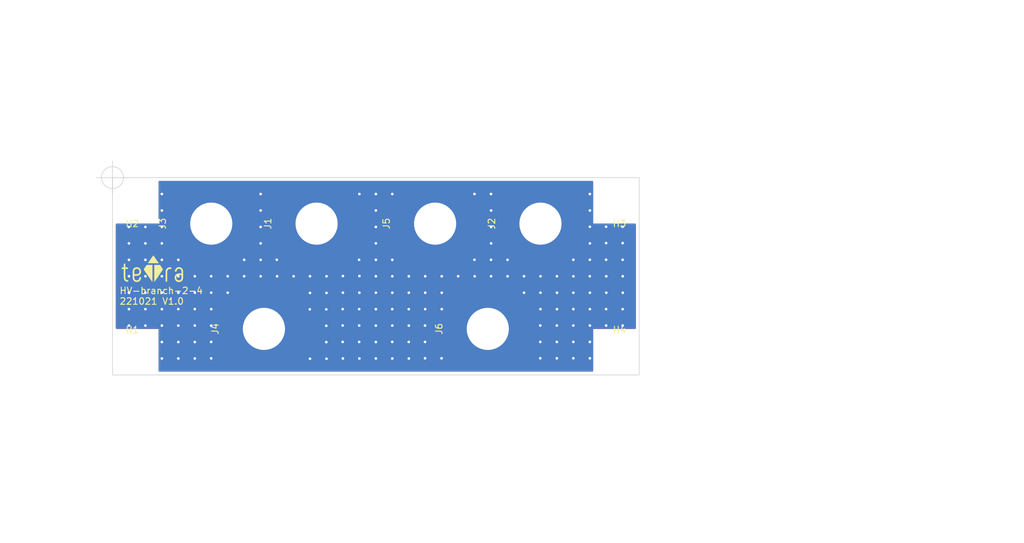
<source format=kicad_pcb>
(kicad_pcb (version 20211014) (generator pcbnew)
  (title_block (title "HV terminal branch 2-4") (date "2022-10-21") (rev "1.0") (company "teTra Aviaton Corp."))
  (layers (0 "F.Cu" signal) (31 "B.Cu" signal) (34 "B.Paste" user) (35 "F.Paste" user) (36 "B.SilkS" user "B.Silkscreen") (37 "F.SilkS" user "F.Silkscreen") (38 "B.Mask" user) (39 "F.Mask" user) (44 "Edge.Cuts" user))
  (net 0 "")
  (net 1 "VBAT(+{slash}-)")
  (footprint "MountingHole:MountingHole_6.4mm_M6_Pad_TopBottom" (layer "F.Cu") (at 137 83 90)
    (fp_text reference "J6" (at 0 -7.4 90) (layer "F.SilkS"))
    (fp_text value "Conn_01x01_Female_M6_hole")
    (pad "1" thru_hole circle locked (at 0 0 90) (size 6.8 6.8) (drill 6.4) (layers *.Cu *.Mask) (net 1 "VBAT(+{slash}-)"))
    (pad "1" connect circle locked (at 0 0 90) (size 12.8 12.8) (layers "F.Cu" "F.Mask") (net 1 "VBAT(+{slash}-)"))
    (pad "1" connect circle locked (at 0 0 90) (size 12.8 12.8) (layers "B.Cu" "B.Mask") (net 1 "VBAT(+{slash}-)"))
  )
  (footprint "MountingHole:MountingHole_3.2mm_M3_ISO7380" (layer "F.Cu") (at 157 87)
    (fp_text reference "H4" (at 0 -3.85) (layer "F.SilkS"))
    (fp_text value "MountingHole")
    (pad "" np_thru_hole circle locked (at 0 0) (size 3.2 3.2) (drill 3.2) (layers *.Cu *.Mask))
  )
  (footprint "kicad_teTra_footprint:teTra-logo" (layer "F.Cu") (at 86 75)
    (fp_text reference "L1" hide)
    (fp_text value "Logo" hide)
    (fp_poly (pts (xy 0.222252 -3.120726) (xy 0.242807 -3.11161) (xy 0.249856 -3.103173) (xy 0.265607 -3.082082) (xy 0.289159 -3.049632) (xy 0.319611 -3.007114) (xy 0.356061 -2.955823) (xy 0.397609 -2.897051) (xy 0.443353 -2.832092) (xy 0.492393 -2.76224) (xy 0.543827 -2.688787) (xy 0.596753 -2.613027) (xy 0.650272 -2.536253) (xy 0.703481 -2.459758) (xy 0.755479 -2.384836) (xy 0.805366 -2.312781) (xy 0.85224 -2.244884) (xy 0.8952 -2.182441) (xy 0.933345 -2.126743) (xy 0.965773 -2.079084) (xy 0.991585 -2.040758) (xy 1.009877 -2.013058) (xy 1.01975 -1.997277) (xy 1.021149 -1.994568) (xy 1.020872 -1.992342) (xy 1.017586 -1.990376) (xy 1.010326 -1.988654) (xy 0.998124 -1.987158) (xy 0.980015 -1.985874) (xy 0.955032 -1.984786) (xy 0.922209 -1.983879) (xy 0.880579 -1.983135) (xy 0.829176 -1.98254) (xy 0.767035 -1.982077) (xy 0.693188 -1.981732) (xy 0.60667 -1.981488) (xy 0.506513 -1.981328) (xy 0.391753 -1.981239) (xy 0.261422 -1.981203) (xy 0.2032 -1.9812) (xy 0.066404 -1.981216) (xy -0.054429 -1.981276) (xy -0.160272 -1.981396) (xy -0.252097 -1.981592) (xy -0.330874 -1.981881) (xy -0.397576 -1.982278) (xy -0.453173 -1.982801) (xy -0.498638 -1.983466) (xy -0.534942 -1.984289) (xy -0.563056 -1.985286) (xy -0.583952 -1.986475) (xy -0.598601 -1.98787) (xy -0.607975 -1.98949) (xy -0.613046 -1.991349) (xy -0.614785 -1.993465) (xy -0.614589 -1.994985) (xy -0.608335 -2.005799) (xy -0.593377 -2.029017) (xy -0.570606 -2.063351) (xy -0.540914 -2.107514) (xy -0.505193 -2.160217) (xy -0.464333 -2.220172) (xy -0.419226 -2.286091) (xy -0.370765 -2.356684) (xy -0.319839 -2.430665) (xy -0.267341 -2.506745) (xy -0.214162 -2.583635) (xy -0.161193 -2.660047) (xy -0.109327 -2.734693) (xy -0.059454 -2.806285) (xy -0.012466 -2.873535) (xy 0.030745 -2.935154) (xy 0.069289 -2.989854) (xy 0.102273 -3.036346) (xy 0.128806 -3.073343) (xy 0.147997 -3.099556) (xy 0.158954 -3.113698) (xy 0.161029 -3.115821) (xy 0.19027 -3.123589) (xy 0.222252 -3.120726)) (layer "F.SilkS") (width 0.01) (fill solid))
    (fp_poly (pts (xy 2.870026 -1.354216) (xy 2.9022 -1.351201) (xy 2.92378 -1.343765) (xy 2.936878 -1.330499) (xy 2.943607 -1.309993) (xy 2.946078 -1.280838) (xy 2.946406 -1.241625) (xy 2.9464 -1.2319) (xy 2.946227 -1.190026) (xy 2.944245 -1.158948) (xy 2.938259 -1.137059) (xy 2.926073 -1.122749) (xy 2.905491 -1.11441) (xy 2.874319 -1.110433) (xy 2.83036 -1.10921) (xy 2.778845 -1.109134) (xy 2.708949 -1.108099) (xy 2.652433 -1.104588) (xy 2.605848 -1.097987) (xy 2.565744 -1.087684) (xy 2.528671 -1.073067) (xy 2.503103 -1.060172) (xy 2.441985 -1.017606) (xy 2.390238 -0.962224) (xy 2.349447 -0.896247) (xy 2.3212 -0.821899) (xy 2.315111 -0.7969) (xy 2.313001 -0.784267) (xy 2.311142 -0.766838) (xy 2.30952 -0.7436) (xy 2.308121 -0.713541) (xy 2.306928 -0.675646) (xy 2.305928 -0.628902) (xy 2.305106 -0.572296) (xy 2.304447 -0.504815) (xy 2.303936 -0.425446) (xy 2.303559 -0.333175) (xy 2.3033 -0.226989) (xy 2.303145 -0.105874) (xy 2.30308 0.028073) (xy 2.302953 0.182401) (xy 2.302634 0.319817) (xy 2.302123 0.440342) (xy 2.30142 0.543997) (xy 2.300524 0.630803) (xy 2.299435 0.70078) (xy 2.298153 0.753948) (xy 2.296678 0.79033) (xy 2.295009 0.809944) (xy 2.294169 0.813356) (xy 2.288904 0.820371) (xy 2.279982 0.825052) (xy 2.264329 0.827862) (xy 2.238872 0.829262) (xy 2.200537 0.829713) (xy 2.185139 0.829733) (xy 2.138358 0.82917) (xy 2.106113 0.827311) (xy 2.086039 0.823904) (xy 2.075771 0.818698) (xy 2.075126 0.817988) (xy 2.073401 0.811267) (xy 2.071901 0.795078) (xy 2.070621 0.768731) (xy 2.069555 0.731533) (xy 2.068696 0.682796) (xy 2.068039 0.621829) (xy 2.067577 0.54794) (xy 2.067305 0.460439) (xy 2.067217 0.358635) (xy 2.067305 0.241838) (xy 2.067565 0.109358) (xy 2.067896 -0.009629) (xy 2.070415 -0.8255) (xy 2.089859 -0.888768) (xy 2.128741 -0.989362) (xy 2.179968 -1.078887) (xy 2.243096 -1.156811) (xy 2.317683 -1.222601) (xy 2.403286 -1.275725) (xy 2.417233 -1.282656) (xy 2.46722 -1.304996) (xy 2.514929 -1.322041) (xy 2.564125 -1.334548) (xy 2.618577 -1.343274) (xy 2.68205 -1.348976) (xy 2.75831 -1.352411) (xy 2.765442 -1.352621) (xy 2.825144 -1.35422) (xy 2.870026 -1.354216)) (layer "F.SilkS") (width 0.01) (fill solid))
    (fp_poly (pts (xy 1.409899 -1.437874) (xy 1.452895 -1.375668) (xy 1.493309 -1.316949) (xy 1.530016 -1.263368) (xy 1.561894 -1.216576) (xy 1.58782 -1.178223) (xy 1.606669 -1.149959) (xy 1.61732 -1.133435) (xy 1.618779 -1.130957) (xy 1.635476 -1.084525) (xy 1.638507 -1.034451) (xy 1.632318 -1.001626) (xy 1.626532 -0.991174) (xy 1.611926 -0.967946) (xy 1.589176 -0.932934) (xy 1.55896 -0.887129) (xy 1.521955 -0.831522) (xy 1.478836 -0.767106) (xy 1.430282 -0.694872) (xy 1.376968 -0.615811) (xy 1.319572 -0.530915) (xy 1.25877 -0.441176) (xy 1.195239 -0.347585) (xy 1.129656 -0.251134) (xy 1.062698 -0.152814) (xy 0.995042 -0.053617) (xy 0.927364 0.045465) (xy 0.860342 0.143442) (xy 0.794651 0.23932) (xy 0.73097 0.33211) (xy 0.669974 0.420818) (xy 0.61234 0.504455) (xy 0.558746 0.582027) (xy 0.509868 0.652544) (xy 0.466383 0.715013) (xy 0.428968 0.768444) (xy 0.398299 0.811845) (xy 0.375053 0.844223) (xy 0.359908 0.864589) (xy 0.35354 0.871949) (xy 0.353483 0.871959) (xy 0.352754 0.86366) (xy 0.352049 0.839356) (xy 0.351372 0.799977) (xy 0.350728 0.746451) (xy 0.350122 0.679709) (xy 0.349558 0.600677) (xy 0.349041 0.510287) (xy 0.348576 0.409466) (xy 0.348168 0.299143) (xy 0.34782 0.180248) (xy 0.347538 0.053709) (xy 0.347327 -0.079544) (xy 0.347191 -0.218583) (xy 0.347134 -0.362478) (xy 0.347133 -0.388203) (xy 0.347177 -0.576713) (xy 0.347309 -0.748707) (xy 0.347534 -0.904601) (xy 0.347854 -1.044813) (xy 0.348272 -1.169758) (xy 0.348792 -1.279855) (xy 0.349415 -1.375519) (xy 0.350146 -1.457168) (xy 0.350988 -1.525219) (xy 0.351942 -1.580087) (xy 0.353014 -1.622191) (xy 0.354204 -1.651947) (xy 0.355517 -1.669771) (xy 0.35649 -1.675315) (xy 0.367488 -1.696481) (xy 0.38103 -1.710279) (xy 0.381334 -1.710446) (xy 0.393472 -1.712396) (xy 0.421529 -1.714122) (xy 0.464493 -1.715605) (xy 0.521349 -1.716824) (xy 0.591086 -1.71776) (xy 0.672689 -1.718394) (xy 0.765147 -1.718704) (xy 0.806092 -1.718733) (xy 1.215364 -1.718733) (xy 1.409899 -1.437874)) (layer "F.SilkS") (width 0.01) (fill solid))
    (fp_poly (pts (xy 4.097867 -1.37521) (xy 4.149836 -1.374888) (xy 4.188916 -1.373785) (xy 4.219149 -1.37144) (xy 4.244577 -1.367391) (xy 4.26924 -1.361174) (xy 4.296833 -1.352443) (xy 4.391341 -1.312737) (xy 4.474708 -1.260313) (xy 4.54697 -1.195136) (xy 4.608161 -1.117167) (xy 4.658318 -1.026369) (xy 4.696217 -0.926785) (xy 4.719804 -0.8509) (xy 4.722498 -0.293904) (xy 4.723002 -0.17975) (xy 4.723315 -0.081175) (xy 4.723414 0.003175) (xy 4.723276 0.074653) (xy 4.722879 0.134612) (xy 4.7222 0.184407) (xy 4.721217 0.225391) (xy 4.719906 0.258918) (xy 4.718246 0.286341) (xy 4.716212 0.309013) (xy 4.713784 0.328289) (xy 4.711883 0.340218) (xy 4.686637 0.441823) (xy 4.647873 0.53548) (xy 4.59661 0.619958) (xy 4.533867 0.694025) (xy 4.460662 0.756451) (xy 4.378012 0.806004) (xy 4.301067 0.837091) (xy 4.198977 0.861417) (xy 4.093567 0.870265) (xy 3.988985 0.863292) (xy 3.9878 0.863118) (xy 3.889698 0.840484) (xy 3.797888 0.80314) (xy 3.714002 0.752259) (xy 3.639675 0.689018) (xy 3.576542 0.614592) (xy 3.527028 0.531773) (xy 3.499278 0.470379) (xy 3.47941 0.413472) (xy 3.465514 0.354289) (xy 3.455682 0.286069) (xy 3.454421 0.274463) (xy 3.452822 0.235699) (xy 3.686093 0.235699) (xy 3.686673 0.242916) (xy 3.701295 0.330694) (xy 3.728292 0.409016) (xy 3.766926 0.476892) (xy 3.816459 0.53333) (xy 3.876152 0.57734) (xy 3.945267 0.607931) (xy 3.9624 0.61296) (xy 4.015545 0.622466) (xy 4.076741 0.625994) (xy 4.139095 0.623636) (xy 4.195712 0.615485) (xy 4.218961 0.609501) (xy 4.255619 0.595689) (xy 4.292818 0.57777) (xy 4.315102 0.564454) (xy 4.356324 0.529272) (xy 4.396071 0.482846) (xy 4.43022 0.430655) (xy 4.454037 0.379861) (xy 4.459667 0.363709) (xy 4.46415 0.348) (xy 4.467646 0.330554) (xy 4.470316 0.30919) (xy 4.472321 0.281727) (xy 4.473822 0.245985) (xy 4.474978 0.199783) (xy 4.475951 0.14094) (xy 4.47687 0.06985) (xy 4.479984 -0.186267) (xy 4.248371 -0.186267) (xy 4.169911 -0.186026) (xy 4.106008 -0.185103) (xy 4.054289 -0.183196) (xy 4.01238 -0.180003) (xy 3.97791 -0.175222) (xy 3.948505 -0.168552) (xy 3.921792 -0.15969) (xy 3.895399 -0.148336) (xy 3.876231 -0.138939) (xy 3.818249 -0.10036) (xy 3.769227 -0.049099) (xy 3.730332 0.01249) (xy 3.702733 0.082055) (xy 3.687598 0.157242) (xy 3.686093 0.235699) (xy 3.452822 0.235699) (xy 3.450994 0.191403) (xy 3.456931 0.105999) (xy 3.471597 0.02601) (xy 3.476114 0.009281) (xy 3.507604 -0.07258) (xy 3.55274 -0.151215) (xy 3.608999 -0.22357) (xy 3.673858 -0.286585) (xy 3.744793 -0.337205) (xy 3.776133 -0.354202) (xy 3.81522 -0.372784) (xy 3.850805 -0.387858) (xy 3.885353 -0.39983) (xy 3.921325 -0.409103) (xy 3.961185 -0.416081) (xy 4.007397 -0.42117) (xy 4.062424 -0.424773) (xy 4.128728 -0.427295) (xy 4.208772 -0.42914) (xy 4.23545 -0.429616) (xy 4.487333 -0.433909) (xy 4.487333 -0.592977) (xy 4.486349 -0.674478) (xy 4.483111 -0.74202) (xy 4.477195 -0.798476) (xy 4.468174 -0.846723) (xy 4.455622 -0.889633) (xy 4.439115 -0.930082) (xy 4.436605 -0.935417) (xy 4.397052 -0.999409) (xy 4.345578 -1.052889) (xy 4.28433 -1.094769) (xy 4.215455 -1.123959) (xy 4.141101 -1.139371) (xy 4.063416 -1.139915) (xy 4.039181 -1.136924) (xy 3.962868 -1.117371) (xy 3.896213 -1.084062) (xy 3.83959 -1.037404) (xy 3.793374 -0.977805) (xy 3.757938 -0.90567) (xy 3.733657 -0.821406) (xy 3.729789 -0.80093) (xy 3.722975 -0.766007) (xy 3.715818 -0.73684) (xy 3.709491 -0.717958) (xy 3.707332 -0.714147) (xy 3.695218 -0.709436) (xy 3.670466 -0.705888) (xy 3.637335 -0.703566) (xy 3.600085 -0.702534) (xy 3.562977 -0.702855) (xy 3.530268 -0.704592) (xy 3.50622 -0.707808) (xy 3.496733 -0.711027) (xy 3.488338 -0.725606) (xy 3.485317 -0.753208) (xy 3.487179 -0.790972) (xy 3.49343 -0.836034) (xy 3.50358 -0.885534) (xy 3.517137 -0.936609) (xy 3.53361 -0.986396) (xy 3.551513 -1.029899) (xy 3.601158 -1.120724) (xy 3.660035 -1.197608) (xy 3.728953 -1.261302) (xy 3.808723 -1.312556) (xy 3.898981 -1.351711) (xy 3.92627 -1.360866) (xy 3.949835 -1.367301) (xy 3.973647 -1.371485) (xy 4.001675 -1.373887) (xy 4.037891 -1.374976) (xy 4.086266 -1.375222) (xy 4.097867 -1.37521)) (layer "F.SilkS") (width 0.01) (fill solid))
    (fp_poly (pts (xy -4.075655 -1.951197) (xy -4.074288 -1.950417) (xy -4.070408 -1.946757) (xy -4.067252 -1.940045) (xy -4.064728 -1.928602) (xy -4.062744 -1.91075) (xy -4.061209 -1.884808) (xy -4.06003 -1.849099) (xy -4.059116 -1.801943) (xy -4.058375 -1.741661) (xy -4.057716 -1.666575) (xy -4.057542 -1.64373) (xy -4.055317 -1.3462) (xy -3.869639 -1.3462) (xy -3.804298 -1.346261) (xy -3.753939 -1.345719) (xy -3.716618 -1.343488) (xy -3.69039 -1.338479) (xy -3.673311 -1.329607) (xy -3.663436 -1.315784) (xy -3.65882 -1.295923) (xy -3.65752 -1.268938) (xy -3.657591 -1.233741) (xy -3.6576 -1.227667) (xy -3.65749 -1.191173) (xy -3.658452 -1.163038) (xy -3.662431 -1.142179) (xy -3.671369 -1.127512) (xy -3.687206 -1.117953) (xy -3.711887 -1.112418) (xy -3.747354 -1.109825) (xy -3.795548 -1.10909) (xy -3.858413 -1.109128) (xy -3.870077 -1.109133) (xy -4.056194 -1.109133) (xy -4.053327 -0.42545) (xy -4.052778 -0.300504) (xy -4.052227 -0.191323) (xy -4.051648 -0.096741) (xy -4.051012 -0.01559) (xy -4.050292 0.053298) (xy -4.049459 0.111089) (xy -4.048487 0.158952) (xy -4.047348 0.198053) (xy -4.046013 0.229561) (xy -4.044455 0.254642) (xy -4.042647 0.274463) (xy -4.04056 0.290194) (xy -4.038166 0.303) (xy -4.035773 0.312819) (xy -4.007667 0.393733) (xy -3.970513 0.460605) (xy -3.923934 0.513936) (xy -3.867551 0.554229) (xy -3.846088 0.565044) (xy -3.815624 0.57694) (xy -3.783228 0.584593) (xy -3.742935 0.589197) (xy -3.717605 0.590747) (xy -3.681353 0.59334) (xy -3.651025 0.596965) (xy -3.630942 0.601034) (xy -3.62585 0.603231) (xy -3.621078 0.61531) (xy -3.617642 0.640069) (xy -3.615552 0.673309) (xy -3.614816 0.710829) (xy -3.615441 0.74843) (xy -3.617437 0.781911) (xy -3.62081 0.807071) (xy -3.625427 0.819573) (xy -3.640119 0.825296) (xy -3.667736 0.828625) (xy -3.704457 0.829664) (xy -3.746458 0.828519) (xy -3.789918 0.825295) (xy -3.831014 0.820097) (xy -3.865923 0.81303) (xy -3.866202 0.812957) (xy -3.956476 0.781233) (xy -4.036371 0.736166) (xy -4.105809 0.677849) (xy -4.164715 0.606378) (xy -4.213013 0.521848) (xy -4.250624 0.424352) (xy -4.277474 0.313986) (xy -4.279679 0.301574) (xy -4.282117 0.285141) (xy -4.284239 0.265347) (xy -4.286066 0.241013) (xy -4.287617 0.210957) (xy -4.288913 0.173998) (xy -4.289976 0.128955) (xy -4.290826 0.074646) (xy -4.291482 0.009891) (xy -4.291966 -0.066491) (xy -4.292299 -0.155682) (xy -4.2925 -0.258863) (xy -4.29259 -0.377215) (xy -4.2926 -0.441376) (xy -4.2926 -1.109133) (xy -4.43182 -1.109133) (xy -4.488596 -1.109223) (xy -4.53065 -1.110544) (xy -4.560188 -1.114676) (xy -4.579419 -1.123201) (xy -4.590548 -1.137697) (xy -4.595784 -1.159745) (xy -4.597333 -1.190926) (xy -4.5974 -1.227667) (xy -4.597276 -1.268311) (xy -4.595431 -1.298416) (xy -4.589658 -1.319561) (xy -4.57775 -1.333328) (xy -4.5575 -1.341295) (xy -4.5267 -1.345043) (xy -4.483144 -1.346152) (xy -4.43182 -1.3462) (xy -4.2926 -1.3462) (xy -4.2926 -1.844228) (xy -4.268715 -1.864031) (xy -4.250775 -1.876275) (xy -4.222147 -1.892944) (xy -4.187524 -1.91138) (xy -4.16682 -1.921704) (xy -4.129158 -1.939317) (xy -4.103342 -1.949505) (xy -4.086474 -1.953165) (xy -4.075655 -1.951197)) (layer "F.SilkS") (width 0.01) (fill solid))
    (fp_poly (pts (xy 0.047305 -1.699211) (xy 0.067733 -1.675456) (xy 0.067733 -0.397461) (xy 0.067691 -0.251777) (xy 0.067566 -0.110779) (xy 0.067365 0.024612) (xy 0.067091 0.153471) (xy 0.06675 0.274878) (xy 0.066345 0.387908) (xy 0.065883 0.491639) (xy 0.065366 0.585149) (xy 0.064801 0.667515) (xy 0.064192 0.737815) (xy 0.063544 0.795126) (xy 0.06286 0.838524) (xy 0.062147 0.867089) (xy 0.061409 0.879896) (xy 0.061202 0.880533) (xy 0.055705 0.873683) (xy 0.041207 0.853675) (xy 0.018271 0.821323) (xy -0.012537 0.777442) (xy -0.050653 0.722847) (xy -0.095512 0.658351) (xy -0.146551 0.584769) (xy -0.203203 0.502915) (xy -0.264904 0.413604) (xy -0.331091 0.31765) (xy -0.401197 0.215868) (xy -0.474659 0.109071) (xy -0.550912 -0.001926) (xy -0.577736 -0.041004) (xy -0.65499 -0.153655) (xy -0.729668 -0.2627) (xy -0.8012 -0.367298) (xy -0.869016 -0.46661) (xy -0.932546 -0.559796) (xy -0.991219 -0.646017) (xy -1.044467 -0.724432) (xy -1.091718 -0.794203) (xy -1.132403 -0.854488) (xy -1.165951 -0.904448) (xy -1.191793 -0.943244) (xy -1.209359 -0.970035) (xy -1.218078 -0.983982) (xy -1.218904 -0.985589) (xy -1.226565 -1.023282) (xy -1.225586 -1.066986) (xy -1.216447 -1.10845) (xy -1.210967 -1.121833) (xy -1.202621 -1.136104) (xy -1.18569 -1.162547) (xy -1.161311 -1.199472) (xy -1.130621 -1.245188) (xy -1.094759 -1.298004) (xy -1.054862 -1.35623) (xy -1.012067 -1.418173) (xy -0.99737 -1.439333) (xy -0.8001 -1.722967) (xy 0.026877 -1.722967) (xy 0.047305 -1.699211)) (layer "F.SilkS") (width 0.01) (fill solid))
    (fp_poly (pts (xy -2.218867 -1.37351) (xy -2.122643 -1.355103) (xy -2.031825 -1.322792) (xy -1.947809 -1.277112) (xy -1.871992 -1.218599) (xy -1.805768 -1.147786) (xy -1.750534 -1.06521) (xy -1.735793 -1.037167) (xy -1.701447 -0.955111) (xy -1.678918 -0.87025) (xy -1.667287 -0.778344) (xy -1.665133 -0.7112) (xy -1.667199 -0.638309) (xy -1.674341 -0.576128) (xy -1.687852 -0.518859) (xy -1.709027 -0.460707) (xy -1.732535 -0.409284) (xy -1.782813 -0.324988) (xy -1.845635 -0.251553) (xy -1.919926 -0.189778) (xy -2.004608 -0.140461) (xy -2.098608 -0.104402) (xy -2.164643 -0.088365) (xy -2.193459 -0.08413) (xy -2.231415 -0.080876) (xy -2.280226 -0.078532) (xy -2.341605 -0.077029) (xy -2.417268 -0.076298) (xy -2.464545 -0.0762) (xy -2.700867 -0.0762) (xy -2.700571 0.074083) (xy -2.698842 0.164577) (xy -2.693648 0.241047) (xy -2.684401 0.306158) (xy -2.67051 0.362572) (xy -2.651388 0.412955) (xy -2.626445 0.45997) (xy -2.609433 0.486231) (xy -2.577861 0.522045) (xy -2.53499 0.556802) (xy -2.486235 0.586729) (xy -2.43701 0.608056) (xy -2.432466 0.609509) (xy -2.371991 0.622383) (xy -2.305388 0.626926) (xy -2.239351 0.623149) (xy -2.180572 0.611065) (xy -2.174252 0.609033) (xy -2.103699 0.576665) (xy -2.042726 0.530736) (xy -1.992028 0.472102) (xy -1.952302 0.401617) (xy -1.924243 0.320137) (xy -1.918387 0.294573) (xy -1.911835 0.25885) (xy -1.907064 0.225619) (xy -1.905019 0.201559) (xy -1.905 0.199928) (xy -1.903214 0.177501) (xy -1.896176 0.161917) (xy -1.881368 0.151978) (xy -1.856269 0.146481) (xy -1.818361 0.144228) (xy -1.78748 0.143933) (xy -1.739462 0.144338) (xy -1.705969 0.146904) (xy -1.68459 0.153653) (xy -1.672918 0.166612) (xy -1.668544 0.187805) (xy -1.66906 0.219255) (xy -1.670592 0.242178) (xy -1.68544 0.348646) (xy -1.713895 0.449868) (xy -1.755008 0.54387) (xy -1.807833 0.628674) (xy -1.871423 0.702306) (xy -1.90619 0.73368) (xy -1.951028 0.765692) (xy -2.005988 0.797281) (xy -2.064507 0.825125) (xy -2.120023 0.845902) (xy -2.137833 0.850967) (xy -2.181928 0.859185) (xy -2.236481 0.864931) (xy -2.295158 0.867919) (xy -2.351625 0.867861) (xy -2.399549 0.864472) (xy -2.408528 0.863217) (xy -2.508409 0.839445) (xy -2.600009 0.8012) (xy -2.682584 0.749174) (xy -2.755387 0.684058) (xy -2.817674 0.606543) (xy -2.868699 0.517322) (xy -2.907716 0.417085) (xy -2.914594 0.3937) (xy -2.918293 0.380085) (xy -2.921473 0.366932) (xy -2.924174 0.352909) (xy -2.926435 0.336681) (xy -2.928296 0.316914) (xy -2.929796 0.292276) (xy -2.930975 0.261433) (xy -2.931872 0.22305) (xy -2.932528 0.175794) (xy -2.93298 0.118332) (xy -2.93327 0.04933) (xy -2.933437 -0.032547) (xy -2.93352 -0.12863) (xy -2.933559 -0.240255) (xy -2.93356 -0.245534) (xy -2.93357 -0.313267) (xy -2.702581 -0.313267) (xy -2.486569 -0.313267) (xy -2.403064 -0.31371) (xy -2.334899 -0.315084) (xy -2.280504 -0.317458) (xy -2.238309 -0.320899) (xy -2.207153 -0.325398) (xy -2.128062 -0.348037) (xy -2.060035 -0.383446) (xy -2.00334 -0.431383) (xy -1.958244 -0.491604) (xy -1.925014 -0.563869) (xy -1.917453 -0.587674) (xy -1.908523 -0.635569) (xy -1.905161 -0.693597) (xy -1.907092 -0.756001) (xy -1.914036 -0.817022) (xy -1.925717 -0.870901) (xy -1.932047 -0.890228) (xy -1.967353 -0.962468) (xy -2.014807 -1.024074) (xy -2.073068 -1.07365) (xy -2.140793 -1.109797) (xy -2.144444 -1.111243) (xy -2.18724 -1.123065) (xy -2.240512 -1.130659) (xy -2.298279 -1.133786) (xy -2.35456 -1.132209) (xy -2.403374 -1.125691) (xy -2.417884 -1.122113) (xy -2.491121 -1.094028) (xy -2.55265 -1.054973) (xy -2.60337 -1.003998) (xy -2.64418 -0.940156) (xy -2.675978 -0.8625) (xy -2.681756 -0.843799) (xy -2.685959 -0.824905) (xy -2.689438 -0.79839) (xy -2.692294 -0.762493) (xy -2.694632 -0.715451) (xy -2.696555 -0.655503) (xy -2.698166 -0.580886) (xy -2.698582 -0.556683) (xy -2.702581 -0.313267) (xy -2.93357 -0.313267) (xy -2.933577 -0.357908) (xy -2.933542 -0.454696) (xy -2.933416 -0.537245) (xy -2.93316 -0.606901) (xy -2.932736 -0.665013) (xy -2.932105 -0.712926) (xy -2.931226 -0.751988) (xy -2.930062 -0.783546) (xy -2.928574 -0.808946) (xy -2.926722 -0.829537) (xy -2.924467 -0.846665) (xy -2.921771 -0.861676) (xy -2.918595 -0.875919) (xy -2.914899 -0.890739) (xy -2.914891 -0.890772) (xy -2.881203 -0.993825) (xy -2.835781 -1.086027) (xy -2.779257 -1.166643) (xy -2.712267 -1.234943) (xy -2.635444 -1.290193) (xy -2.549423 -1.331662) (xy -2.526024 -1.339965) (xy -2.421954 -1.366477) (xy -2.319103 -1.37748) (xy -2.218867 -1.37351)) (layer "F.SilkS") (width 0.01) (fill solid))
  )
  (footprint "MountingHole:MountingHole_3.2mm_M3_ISO7380" (layer "F.Cu") (at 83 87)
    (fp_text reference "H1" (at 0 -3.85) (layer "F.SilkS"))
    (fp_text value "MountingHole")
    (pad "" np_thru_hole circle locked (at 0 0) (size 3.2 3.2) (drill 3.2) (layers *.Cu *.Mask))
  )
  (footprint "MountingHole:MountingHole_6.4mm_M6_Pad_TopBottom" (layer "F.Cu") (at 95 67 90)
    (fp_text reference "J3" (at 0 -7.4 90) (layer "F.SilkS"))
    (fp_text value "Conn_01x01_Female_M6_hole")
    (pad "1" connect circle locked (at 0 0 90) (size 12.8 12.8) (layers "B.Cu" "B.Mask") (net 1 "VBAT(+{slash}-)"))
    (pad "1" connect circle locked (at 0 0 90) (size 12.8 12.8) (layers "F.Cu" "F.Mask") (net 1 "VBAT(+{slash}-)"))
    (pad "1" thru_hole circle locked (at 0 0 90) (size 6.8 6.8) (drill 6.4) (layers *.Cu *.Mask) (net 1 "VBAT(+{slash}-)"))
  )
  (footprint "MountingHole:MountingHole_3.2mm_M3_ISO7380" (layer "F.Cu") (at 83 63)
    (fp_text reference "H2" (at 0 4) (layer "F.SilkS"))
    (fp_text value "MountingHole")
    (pad "" np_thru_hole circle locked (at 0 0) (size 3.2 3.2) (drill 3.2) (layers *.Cu *.Mask))
  )
  (footprint "MountingHole:MountingHole_6.4mm_M6_Pad_TopBottom" (layer "F.Cu") (at 111 67 90)
    (fp_text reference "J1" (at 0 -7.4 90) (layer "F.SilkS"))
    (fp_text value "Conn_01x01_Female_M6_hole")
    (pad "1" thru_hole circle locked (at 0 0 90) (size 6.8 6.8) (drill 6.4) (layers *.Cu *.Mask) (net 1 "VBAT(+{slash}-)"))
    (pad "1" connect circle locked (at 0 0 90) (size 12.8 12.8) (layers "F.Cu" "F.Mask") (net 1 "VBAT(+{slash}-)"))
    (pad "1" connect circle locked (at 0 0 90) (size 12.8 12.8) (layers "B.Cu" "B.Mask") (net 1 "VBAT(+{slash}-)"))
  )
  (footprint "MountingHole:MountingHole_6.4mm_M6_Pad_TopBottom" (layer "F.Cu") (at 145 67 90)
    (fp_text reference "J2" (at 0 -7.4 90) (layer "F.SilkS"))
    (fp_text value "Conn_01x01_Female_M6_hole")
    (pad "1" connect circle locked (at 0 0 90) (size 12.8 12.8) (layers "B.Cu" "B.Mask") (net 1 "VBAT(+{slash}-)"))
    (pad "1" thru_hole circle locked (at 0 0 90) (size 6.8 6.8) (drill 6.4) (layers *.Cu *.Mask) (net 1 "VBAT(+{slash}-)"))
    (pad "1" connect circle locked (at 0 0 90) (size 12.8 12.8) (layers "F.Cu" "F.Mask") (net 1 "VBAT(+{slash}-)"))
  )
  (footprint "MountingHole:MountingHole_6.4mm_M6_Pad_TopBottom" (layer "F.Cu") (at 103 83 90)
    (fp_text reference "J4" (at 0 -7.4 90) (layer "F.SilkS"))
    (fp_text value "Conn_01x01_Female_M6_hole")
    (pad "1" thru_hole circle locked (at 0 0 90) (size 6.8 6.8) (drill 6.4) (layers *.Cu *.Mask) (net 1 "VBAT(+{slash}-)"))
    (pad "1" connect circle locked (at 0 0 90) (size 12.8 12.8) (layers "B.Cu" "B.Mask") (net 1 "VBAT(+{slash}-)"))
    (pad "1" connect circle locked (at 0 0 90) (size 12.8 12.8) (layers "F.Cu" "F.Mask") (net 1 "VBAT(+{slash}-)"))
  )
  (footprint "MountingHole:MountingHole_3.2mm_M3_ISO7380" (layer "F.Cu") (at 157 63)
    (fp_text reference "H3" (at 0 4) (layer "F.SilkS"))
    (fp_text value "MountingHole")
    (pad "" np_thru_hole circle locked (at 0 0) (size 3.2 3.2) (drill 3.2) (layers *.Cu *.Mask))
  )
  (footprint "MountingHole:MountingHole_6.4mm_M6_Pad_TopBottom" (layer "F.Cu") (at 129 67 90)
    (fp_text reference "J5" (at 0 -7.4 90) (layer "F.SilkS"))
    (fp_text value "Conn_01x01_Female_M6_hole")
    (pad "1" connect circle locked (at 0 0 90) (size 12.8 12.8) (layers "F.Cu" "F.Mask") (net 1 "VBAT(+{slash}-)"))
    (pad "1" connect circle locked (at 0 0 90) (size 12.8 12.8) (layers "B.Cu" "B.Mask") (net 1 "VBAT(+{slash}-)"))
    (pad "1" thru_hole circle locked (at 0 0 90) (size 6.8 6.8) (drill 6.4) (layers *.Cu *.Mask) (net 1 "VBAT(+{slash}-)"))
  )
  (gr_line (start 160 90) (end 160 60) (layer "Edge.Cuts") (width 0.1))
  (gr_line (start 80 60) (end 160 60) (layer "Edge.Cuts") (width 0.1))
  (gr_line (start 80 60) (end 80 90) (layer "Edge.Cuts") (width 0.1))
  (gr_line (start 80 90) (end 160 90) (layer "Edge.Cuts") (width 0.1))
  (gr_text "HV-branch-2-4\n221021 V1.0" (at 81 78) (layer "F.SilkS") (effects (font (size 1 1)) (justify left)))
  (target plus (at 80 60) (size 5) (width 0.1) (layer "Edge.Cuts"))
  (segment (start 103 75) (end 111 67) (width 6) (layer "F.Cu") (net 1))
  (segment (start 137 75) (end 145 67) (width 6) (layer "F.Cu") (net 1))
  (segment (start 137 75) (end 129 67) (width 6) (layer "F.Cu") (net 1))
  (segment (start 103 75) (end 95 67) (width 6) (layer "F.Cu") (net 1))
  (segment (start 103 83) (end 103 75) (width 6) (layer "F.Cu") (net 1))
  (segment (start 137 83) (end 137 75) (width 6) (layer "F.Cu") (net 1))
  (via (at 127.5 75) (size 0.8) (drill 0.4) (layers "F.Cu" "B.Cu") (net 1))
  (via (at 144.975418 82.489104) (size 0.8) (drill 0.4) (layers "F.Cu" "B.Cu") (net 1))
  (via (at 87.5 65) (size 0.8) (drill 0.4) (layers "F.Cu" "B.Cu") (net 1))
  (via (at 125.007993 87.50379) (size 0.8) (drill 0.4) (layers "F.Cu" "B.Cu") (net 1))
  (via (at 152.507993 65.00379) (size 0.8) (drill 0.4) (layers "F.Cu" "B.Cu") (net 1))
  (via (at 107.507993 75.00379) (size 0.8) (drill 0.4) (layers "F.Cu" "B.Cu") (net 1))
  (via (at 154.974023 79.999999) (size 0.8) (drill 0.4) (layers "F.Cu" "B.Cu") (net 1))
  (via (at 154.992535 75.003789) (size 0.8) (drill 0.4) (layers "F.Cu" "B.Cu") (net 1))
  (via (at 109.964466 80.031291) (size 0.8) (drill 0.4) (layers "F.Cu" "B.Cu") (net 1))
  (via (at 122.5 77.5) (size 0.8) (drill 0.4) (layers "F.Cu" "B.Cu") (net 1))
  (via (at 92.5 85) (size 0.8) (drill 0.4) (layers "F.Cu" "B.Cu") (net 1))
  (via (at 152.484542 74.999999) (size 0.8) (drill 0.4) (layers "F.Cu" "B.Cu") (net 1))
  (via (at 87.5 87.5) (size 0.8) (drill 0.4) (layers "F.Cu" "B.Cu") (net 1))
  (via (at 120 72.5) (size 0.8) (drill 0.4) (layers "F.Cu" "B.Cu") (net 1))
  (via (at 127.467312 84.978208) (size 0.8) (drill 0.4) (layers "F.Cu" "B.Cu") (net 1))
  (via (at 112.472459 85.01329) (size 0.8) (drill 0.4) (layers "F.Cu" "B.Cu") (net 1))
  (via (at 90 87.5) (size 0.8) (drill 0.4) (layers "F.Cu" "B.Cu") (net 1))
  (via (at 142.5 75) (size 0.8) (drill 0.4) (layers "F.Cu" "B.Cu") (net 1))
  (via (at 125.007993 75.00379) (size 0.8) (drill 0.4) (layers "F.Cu" "B.Cu") (net 1))
  (via (at 85 82.5) (size 0.8) (drill 0.4) (layers "F.Cu" "B.Cu") (net 1))
  (via (at 114.996248 74.964918) (size 0.8) (drill 0.4) (layers "F.Cu" "B.Cu") (net 1))
  (via (at 122.5 75) (size 0.8) (drill 0.4) (layers "F.Cu" "B.Cu") (net 1))
  (via (at 157.5 75) (size 0.8) (drill 0.4) (layers "F.Cu" "B.Cu") (net 1))
  (via (at 137.484806 72.494289) (size 0.8) (drill 0.4) (layers "F.Cu" "B.Cu") (net 1))
  (via (at 114.960714 84.974418) (size 0.8) (drill 0.4) (layers "F.Cu" "B.Cu") (net 1))
  (via (at 120 75) (size 0.8) (drill 0.4) (layers "F.Cu" "B.Cu") (net 1))
  (via (at 87.5 82.5) (size 0.8) (drill 0.4) (layers "F.Cu" "B.Cu") (net 1))
  (via (at 95 80) (size 0.8) (drill 0.4) (layers "F.Cu" "B.Cu") (net 1))
  (via (at 125.007993 77.50379) (size 0.8) (drill 0.4) (layers "F.Cu" "B.Cu") (net 1))
  (via (at 114.960714 79.996209) (size 0.8) (drill 0.4) (layers "F.Cu" "B.Cu") (net 1))
  (via (at 147.507993 80.00379) (size 0.8) (drill 0.4) (layers "F.Cu" "B.Cu") (net 1))
  (via (at 90 80) (size 0.8) (drill 0.4) (layers "F.Cu" "B.Cu") (net 1))
  (via (at 144.975418 84.978208) (size 0.8) (drill 0.4) (layers "F.Cu" "B.Cu") (net 1))
  (via (at 152.507993 70.00379) (size 0.8) (drill 0.4) (layers "F.Cu" "B.Cu") (net 1))
  (via (at 112.472459 82.524186) (size 0.8) (drill 0.4) (layers "F.Cu" "B.Cu") (net 1))
  (via (at 112.503752 77.535082) (size 0.8) (drill 0.4) (layers "F.Cu" "B.Cu") (net 1))
  (via (at 85 70) (size 0.8) (drill 0.4) (layers "F.Cu" "B.Cu") (net 1))
  (via (at 94.992007 87.480753) (size 0.8) (drill 0.4) (layers "F.Cu" "B.Cu") (net 1))
  (via (at 154.974023 82.489104) (size 0.8) (drill 0.4) (layers "F.Cu" "B.Cu") (net 1))
  (via (at 87.5 67.5) (size 0.8) (drill 0.4) (layers "F.Cu" "B.Cu") (net 1))
  (via (at 155 77.5) (size 0.8) (drill 0.4) (layers "F.Cu" "B.Cu") (net 1))
  (via (at 102.5 65) (size 0.8) (drill 0.4) (layers "F.Cu" "B.Cu") (net 1))
  (via (at 82.5 67.5) (size 0.8) (drill 0.4) (layers "F.Cu" "B.Cu") (net 1))
  (via (at 85 72.5) (size 0.8) (drill 0.4) (layers "F.Cu" "B.Cu") (net 1))
  (via (at 114.992007 87.49621) (size 0.8) (drill 0.4) (layers "F.Cu" "B.Cu") (net 1))
  (via (at 114.992007 77.49621) (size 0.8) (drill 0.4) (layers "F.Cu" "B.Cu") (net 1))
  (via (at 124.997097 80.003789) (size 0.8) (drill 0.4) (layers "F.Cu" "B.Cu") (net 1))
  (via (at 117.5 87.5) (size 0.8) (drill 0.4) (layers "F.Cu" "B.Cu") (net 1))
  (via (at 152.503808 67.473892) (size 0.8) (drill 0.4) (layers "F.Cu" "B.Cu") (net 1))
  (via (at 120 77.5) (size 0.8) (drill 0.4) (layers "F.Cu" "B.Cu") (net 1))
  (via (at 122.489104 84.978208) (size 0.8) (drill 0.4) (layers "F.Cu" "B.Cu") (net 1))
  (via (at 102.5 70) (size 0.8) (drill 0.4) (layers "F.Cu" "B.Cu") (net 1))
  (via (at 87.5 62.5) (size 0.8) (drill 0.4) (layers "F.Cu" "B.Cu") (net 1))
  (via (at 154.974023 69.959206) (size 0.8) (drill 0.4) (layers "F.Cu" "B.Cu") (net 1))
  (via (at 130.007993 75.00379) (size 0.8) (drill 0.4) (layers "F.Cu" "B.Cu") (net 1))
  (via (at 117.468707 82.489104) (size 0.8) (drill 0.4) (layers "F.Cu" "B.Cu") (net 1))
  (via (at 120 82.5) (size 0.8) (drill 0.4) (layers "F.Cu" "B.Cu") (net 1))
  (via (at 152.503808 62.495684) (size 0.8) (drill 0.4) (layers "F.Cu" "B.Cu") (net 1))
  (via (at 82.5 77.5) (size 0.8) (drill 0.4) (layers "F.Cu" "B.Cu") (net 1))
  (via (at 122.5 82.5) (size 0.8) (drill 0.4) (layers "F.Cu" "B.Cu") (net 1))
  (via (at 105 75) (size 0.8) (drill 0.4) (layers "F.Cu" "B.Cu") (net 1))
  (via (at 120 62.5) (size 0.8) (drill 0.4) (layers "F.Cu" "B.Cu") (net 1))
  (via (at 87.5 85) (size 0.8) (drill 0.4) (layers "F.Cu" "B.Cu") (net 1))
  (via (at 152.503808 82.492894) (size 0.8) (drill 0.4) (layers "F.Cu" "B.Cu") (net 1))
  (via (at 85 75) (size 0.8) (drill 0.4) (layers "F.Cu" "B.Cu") (net 1))
  (via (at 154.974023 67.470102) (size 0.8) (drill 0.4) (layers "F.Cu" "B.Cu") (net 1))
  (via (at 100 72.5) (size 0.8) (drill 0.4) (layers "F.Cu" "B.Cu") (net 1))
  (via (at 90 82.5) (size 0.8) (drill 0.4) (layers "F.Cu" "B.Cu") (net 1))
  (via (at 149.995815 79.999999) (size 0.8) (drill 0.4) (layers "F.Cu" "B.Cu") (net 1))
  (via (at 92.5 77.5) (size 0.8) (drill 0.4) (layers "F.Cu" "B.Cu") (net 1))
  (via (at 92.495871 82.488482) (size 0.8) (drill 0.4) (layers "F.Cu" "B.Cu") (net 1))
  (via (at 104.949374 72.492625) (size 0.8) (drill 0.4) (layers "F.Cu" "B.Cu") (net 1))
  (via (at 82.5 70) (size 0.8) (drill 0.4) (layers "F.Cu" "B.Cu") (net 1))
  (via (at 137.484806 62.495684) (size 0.8) (drill 0.4) (layers "F.Cu" "B.Cu") (net 1))
  (via (at 134.976813 72.490499) (size 0.8) (drill 0.4) (layers "F.Cu" "B.Cu") (net 1))
  (via (at 117.5 77.5) (size 0.8) (drill 0.4) (layers "F.Cu" "B.Cu") (net 1))
  (via (at 112.503752 87.535082) (size 0.8) (drill 0.4) (layers "F.Cu" "B.Cu") (net 1))
  (via (at 145 77.5) (size 0.8) (drill 0.4) (layers "F.Cu" "B.Cu") (net 1))
  (via (at 87.5 80) (size 0.8) (drill 0.4) (layers "F.Cu" "B.Cu") (net 1))
  (via (at 109.995759 77.531292) (size 0.8) (drill 0.4) (layers "F.Cu" "B.Cu") (net 1))
  (via (at 127.467312 82.489104) (size 0.8) (drill 0.4) (layers "F.Cu" "B.Cu") (net 1))
  (via (at 82.5 80) (size 0.8) (drill 0.4) (layers "F.Cu" "B.Cu") (net 1))
  (via (at 87.5 77.5) (size 0.8) (drill 0.4) (layers "F.Cu" "B.Cu") (net 1))
  (via (at 157.482016 72.494289) (size 0.8) (drill 0.4) (layers "F.Cu" "B.Cu") (net 1))
  (via (at 94.992007 74.99621) (size 0.8) (drill 0.4) (layers "F.Cu" "B.Cu") (net 1))
  (via (at 147.483411 84.981998) (size 0.8) (drill 0.4) (layers "F.Cu" "B.Cu") (net 1))
  (via (at 149.995815 82.489104) (size 0.8) (drill 0.4) (layers "F.Cu" "B.Cu") (net 1))
  (via (at 102.507993 75.00379) (size 0.8) (drill 0.4) (layers "F.Cu" "B.Cu") (net 1))
  (via (at 150 77.5) (size 0.8) (drill 0.4) (layers "F.Cu" "B.Cu") (net 1))
  (via (at 154.974023 72.490499) (size 0.8) (drill 0.4) (layers "F.Cu" "B.Cu") (net 1))
  (via (at 140 72.5) (size 0.8) (drill 0.4) (layers "F.Cu" "B.Cu") (net 1))
  (via (at 109.995759 87.531292) (size 0.8) (drill 0.4) (layers "F.Cu" "B.Cu") (net 1))
  (via (at 157.482016 67.473892) (size 0.8) (drill 0.4) (layers "F.Cu" "B.Cu") (net 1))
  (via (at 135.007993 75.00379) (size 0.8) (drill 0.4) (layers "F.Cu" "B.Cu") (net 1))
  (via (at 134.976813 62.491894) (size 0.8) (drill 0.4) (layers "F.Cu" "B.Cu") (net 1))
  (via (at 92.5 75) (size 0.8) (drill 0.4) (layers "F.Cu" "B.Cu") (net 1))
  (via (at 114.960714 82.485314) (size 0.8) (drill 0.4) (layers "F.Cu" "B.Cu") (net 1))
  (via (at 152.503808 87.471102) (size 0.8) (drill 0.4) (layers "F.Cu" "B.Cu") (net 1))
  (via (at 137.5 75) (size 0.8) (drill 0.4) (layers "F.Cu" "B.Cu") (net 1))
  (via (at 157.507993 77.50379) (size 0.8) (drill 0.4) (layers "F.Cu" "B.Cu") (net 1))
  (via (at 120 65) (size 0.8) (drill 0.4) (layers "F.Cu" "B.Cu") (net 1))
  (via (at 149.995815 84.978208) (size 0.8) (drill 0.4) (layers "F.Cu" "B.Cu") (net 1))
  (via (at 137.507993 67.50379) (size 0.8) (drill 0.4) (layers "F.Cu" "B.Cu") (net 1))
  (via (at 140.007993 75.00379) (size 0.8) (drill 0.4) (layers "F.Cu" "B.Cu") (net 1))
  (via (at 82.5 82.5) (size 0.8) (drill 0.4) (layers "F.Cu" "B.Cu") (net 1))
  (via (at 120 85) (size 0.8) (drill 0.4) (layers "F.Cu" "B.Cu") (net 1))
  (via (at 157.482016 80.003789) (size 0.8) (drill 0.4) (layers "F.Cu" "B.Cu") (net 1))
  (via (at 157.482016 82.492894) (size 0.8) (drill 0.4) (layers "F.Cu" "B.Cu") (net 1))
  (via (at 117.5 62.5) (size 0.8) (drill 0.4) (layers "F.Cu" "B.Cu") (net 1))
  (via (at 120 87.5) (size 0.8) (drill 0.4) (layers "F.Cu" "B.Cu") (net 1))
  (via (at 129.975305 87.471102) (size 0.8) (drill 0.4) (layers "F.Cu" "B.Cu") (net 1))
  (via (at 97.5 77.5) (size 0.8) (drill 0.4) (layers "F.Cu" "B.Cu") (net 1))
  (via (at 90 75) (size 0.8) (drill 0.4) (layers "F.Cu" "B.Cu") (net 1))
  (via (at 92.495871 79.988482) (size 0.8) (drill 0.4) (layers "F.Cu" "B.Cu") (net 1))
  (via (at 124.997097 84.981998) (size 0.8) (drill 0.4) (layers "F.Cu" "B.Cu") (net 1))
  (via (at 94.992007 84.980753) (size 0.8) (drill 0.4) (layers "F.Cu" "B.Cu") (net 1))
  (via (at 144.975418 87.467312) (size 0.8) (drill 0.4) (layers "F.Cu" "B.Cu") (net 1))
  (via (at 95 82.5) (size 0.8) (drill 0.4) (layers "F.Cu" "B.Cu") (net 1))
  (via (at 120 70) (size 0.8) (drill 0.4) (layers "F.Cu" "B.Cu") (net 1))
  (via (at 117.504241 74.968708) (size 0.8) (drill 0.4) (layers "F.Cu" "B.Cu") (net 1))
  (via (at 145 80) (size 0.8) (drill 0.4) (layers "F.Cu" "B.Cu") (net 1))
  (via (at 152.503808 72.494289) (size 0.8) (drill 0.4) (layers "F.Cu" "B.Cu") (net 1))
  (via (at 87.5 72.5) (size 0.8) (drill 0.4) (layers "F.Cu" "B.Cu") (net 1))
  (via (at 127.5 80) (size 0.8) (drill 0.4) (layers "F.Cu" "B.Cu") (net 1))
  (via (at 122.489104 79.999999) (size 0.8) (drill 0.4) (layers "F.Cu" "B.Cu") (net 1))
  (via (at 82.5 72.5) (size 0.8) (drill 0.4) (layers "F.Cu" "B.Cu") (net 1))
  (via (at 149.995815 87.467312) (size 0.8) (drill 0.4) (layers "F.Cu" "B.Cu") (net 1))
  (via (at 110 75) (size 0.8) (drill 0.4) (layers "F.Cu" "B.Cu") (net 1))
  (via (at 112.472459 80.035081) (size 0.8) (drill 0.4) (layers "F.Cu" "B.Cu") (net 1))
  (via (at 152.503808 84.981998) (size 0.8) (drill 0.4) (layers "F.Cu" "B.Cu") (net 1))
  (via (at 130.007993 77.50379) (size 0.8) (drill 0.4) (layers "F.Cu" "B.Cu") (net 1))
  (via (at 137.507993 70.00379) (size 0.8) (drill 0.4) (layers "F.Cu" "B.Cu") (net 1))
  (via (at 112.507993 75.00379) (size 0.8) (drill 0.4) (layers "F.Cu" "B.Cu") (net 1))
  (via (at 102.5 72.5) (size 0.8) (drill 0.4) (layers "F.Cu" "B.Cu") (net 1))
  (via (at 132.5 75) (size 0.8) (drill 0.4) (layers "F.Cu" "B.Cu") (net 1))
  (via (at 147.483411 82.492894) (size 0.8) (drill 0.4) (layers "F.Cu" "B.Cu") (net 1))
  (via (at 122.5 62.5) (size 0.8) (drill 0.4) (layers "F.Cu" "B.Cu") (net 1))
  (via (at 87.5 75) (size 0.8) (drill 0.4) (layers "F.Cu" "B.Cu") (net 1))
  (via (at 137.507993 65.00379) (size 0.8) (drill 0.4) (layers "F.Cu" "B.Cu") (net 1))
  (via (at 125.007993 82.50379) (size 0.8) (drill 0.4) (layers "F.Cu" "B.Cu") (net 1))
  (via (at 90 85) (size 0.8) (drill 0.4) (layers "F.Cu" "B.Cu") (net 1))
  (via (at 122.5 72.5) (size 0.8) (drill 0.4) (layers "F.Cu" "B.Cu") (net 1))
  (via (at 100 75) (size 0.8) (drill 0.4) (layers "F.Cu" "B.Cu") (net 1))
  (via (at 157.482016 69.962996) (size 0.8) (drill 0.4) (layers "F.Cu" "B.Cu") (net 1))
  (via (at 117.468707 79.999999) (size 0.8) (drill 0.4) (layers "F.Cu" "B.Cu") (net 1))
  (via (at 102.5 62.5) (size 0.8) (drill 0.4) (layers "F.Cu" "B.Cu") (net 1))
  (via (at 92.5 87.5) (size 0.8) (drill 0.4) (layers "F.Cu" "B.Cu") (net 1))
  (via (at 117.453958 72.492625) (size 0.8) (drill 0.4) (layers "F.Cu" "B.Cu") (net 1))
  (via (at 90 72.5) (size 0.8) (drill 0.4) (layers "F.Cu" "B.Cu") (net 1))
  (via (at 142.507993 77.50379) (size 0.8) (drill 0.4) (layers "F.Cu" "B.Cu") (net 1))
  (via (at 130.007993 80.00379) (size 0.8) (drill 0.4) (layers "F.Cu" "B.Cu") (net 1))
  (via (at 102.5 67.5) (size 0.8) (drill 0.4) (layers "F.Cu" "B.Cu") (net 1))
  (via (at 149.995815 72.490499) (size 0.8) (drill 0.4) (layers "F.Cu" "B.Cu") (net 1))
  (via (at 147.483411 87.471102) (size 0.8) (drill 0.4) (layers "F.Cu" "B.Cu") (net 1))
  (via (at 94.992007 77.49621) (size 0.8) (drill 0.4) (layers "F.Cu" "B.Cu") (net 1))
  (via (at 147.507993 77.50379) (size 0.8) (drill 0.4) (layers "F.Cu" "B.Cu") (net 1))
  (via (at 127.5 77.5) (size 0.8) (drill 0.4) (layers "F.Cu" "B.Cu") (net 1))
  (via (at 150.007993 75.00379) (size 0.8) (drill 0.4) (layers "F.Cu" "B.Cu") (net 1))
  (via (at 117.468707 84.978208) (size 0.8) (drill 0.4) (layers "F.Cu" "B.Cu") (net 1))
  (via (at 120 80) (size 0.8) (drill 0.4) (layers "F.Cu" "B.Cu") (net 1))
  (via (at 90 77.5) (size 0.8) (drill 0.4) (layers "F.Cu" "B.Cu") (net 1))
  (via (at 85 77.5) (size 0.8) (drill 0.4) (layers "F.Cu" "B.Cu") (net 1))
  (via (at 127.467312 87.467312) (size 0.8) (drill 0.4) (layers "F.Cu" "B.Cu") (net 1))
  (via (at 85 80) (size 0.8) (drill 0.4) (layers "F.Cu" "B.Cu") (net 1))
  (via (at 122.5 87.5) (size 0.8) (drill 0.4) (layers "F.Cu" "B.Cu") (net 1))
  (via (at 85 67.5) (size 0.8) (drill 0.4) (layers "F.Cu" "B.Cu") (net 1))
  (via (at 152.507993 77.50379) (size 0.8) (drill 0.4) (layers "F.Cu" "B.Cu") (net 1))
  (via (at 120 67.5) (size 0.8) (drill 0.4) (layers "F.Cu" "B.Cu") (net 1))
  (via (at 87.5 70) (size 0.8) (drill 0.4) (layers "F.Cu" "B.Cu") (net 1))
  (via (at 145.007993 75.00379) (size 0.8) (drill 0.4) (layers "F.Cu" "B.Cu") (net 1))
  (via (at 152.503808 80.003789) (size 0.8) (drill 0.4) (layers "F.Cu" "B.Cu") (net 1))
  (via (at 147.5 75) (size 0.8) (drill 0.4) (layers "F.Cu" "B.Cu") (net 1))
  (via (at 82.5 75) (size 0.8) (drill 0.4) (layers "F.Cu" "B.Cu") (net 1))
  (via (at 97.5 75) (size 0.8) (drill 0.4) (layers "F.Cu" "B.Cu") (net 1))
  (zone (net 0) (net_name "") (layers F&B.Cu) (connect_pads (clearance 0)) (min_thickness 0.254)
    (keepout (tracks allowed) (vias allowed) (pads allowed) (copperpour not_allowed) (footprints allowed))
    (fill (thermal_gap 0.508) (thermal_bridge_width 0.508))
    (polygon (pts (xy 87 90) (xy 80 90) (xy 80 83) (xy 87 83)))
  )
  (zone (net 1) (net_name "VBAT(+{slash}-)") (layers F&B.Cu) (connect_pads yes (clearance 0.508)) (min_thickness 0.254) (fill yes (thermal_gap 0.508) (thermal_bridge_width 0.508))
    (polygon (pts (xy 160 90) (xy 80 90) (xy 80 60) (xy 160 60)))
  )
  (zone (net 0) (net_name "") (layers F&B.Cu) (connect_pads (clearance 0)) (min_thickness 0.254)
    (keepout (tracks allowed) (vias allowed) (pads allowed) (copperpour not_allowed) (footprints allowed))
    (fill (thermal_gap 0.508) (thermal_bridge_width 0.508))
    (polygon (pts (xy 160 67) (xy 153 67) (xy 153 60) (xy 160 60)))
  )
  (zone (net 0) (net_name "") (layers F&B.Cu) (connect_pads (clearance 0)) (min_thickness 0.254)
    (keepout (tracks allowed) (vias allowed) (pads allowed) (copperpour not_allowed) (footprints allowed))
    (fill (thermal_gap 0.508) (thermal_bridge_width 0.508))
    (polygon (pts (xy 87 67) (xy 80 67) (xy 80 60) (xy 87 60)))
  )
  (zone (net 0) (net_name "") (layers F&B.Cu) (connect_pads (clearance 0)) (min_thickness 0.254)
    (keepout (tracks allowed) (vias allowed) (pads allowed) (copperpour not_allowed) (footprints allowed))
    (fill (thermal_gap 0.508) (thermal_bridge_width 0.508))
    (polygon (pts (xy 160 90) (xy 153 90) (xy 153 83) (xy 160 83)))
  )
)
</source>
